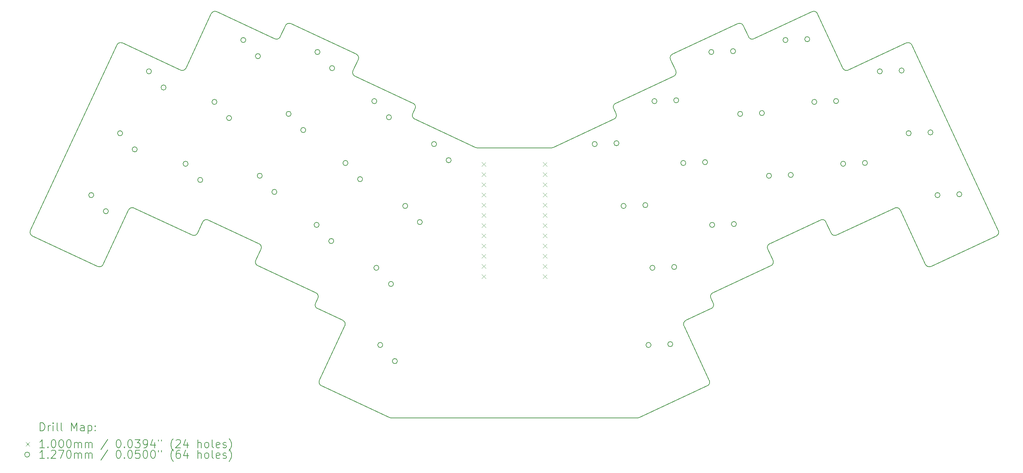
<source format=gbr>
%TF.GenerationSoftware,KiCad,Pcbnew,9.0.6*%
%TF.CreationDate,2025-12-10T21:38:51-06:00*%
%TF.ProjectId,keyboard,6b657962-6f61-4726-942e-6b696361645f,v1.0.0*%
%TF.SameCoordinates,Original*%
%TF.FileFunction,Drillmap*%
%TF.FilePolarity,Positive*%
%FSLAX45Y45*%
G04 Gerber Fmt 4.5, Leading zero omitted, Abs format (unit mm)*
G04 Created by KiCad (PCBNEW 9.0.6) date 2025-12-10 21:38:51*
%MOMM*%
%LPD*%
G01*
G04 APERTURE LIST*
%ADD10C,0.150000*%
%ADD11C,0.200000*%
%ADD12C,0.100000*%
%ADD13C,0.127000*%
G04 APERTURE END LIST*
D10*
X12770978Y-10785491D02*
X12711812Y-10912375D01*
X20195544Y-6193467D02*
G75*
G02*
X20147177Y-6326362I-90634J-42263D01*
G01*
X28037136Y-9995707D02*
G75*
G02*
X27904240Y-9947340I-42266J90627D01*
G01*
X15132950Y-6193467D02*
X15192117Y-6066584D01*
X21552197Y-4843654D02*
X21683208Y-5124610D01*
X9482866Y-5059383D02*
G75*
G02*
X9349971Y-5107758I-90636J42263D01*
G01*
X15143748Y-5933691D02*
G75*
G02*
X15192116Y-6066584I-42258J-90629D01*
G01*
X27428614Y-4431563D02*
X25978521Y-5107752D01*
X25290534Y-8838003D02*
G75*
G02*
X25423423Y-8886375I42256J-90637D01*
G01*
X20769195Y-13759952D02*
G75*
G02*
X20726934Y-13769323I-42265J90632D01*
G01*
X11355160Y-9562562D02*
X11224148Y-9843517D01*
X9905067Y-8886372D02*
G75*
G02*
X10037962Y-8837999I90633J-42258D01*
G01*
X24104346Y-9843517D02*
X23973335Y-9562562D01*
X22519457Y-12833454D02*
G75*
G02*
X22471089Y-12966350I-90627J-42266D01*
G01*
X11963683Y-3998417D02*
G75*
G02*
X12096573Y-3950053I90627J-42263D01*
G01*
X11963683Y-3998417D02*
X11832670Y-4279373D01*
X13442965Y-11473992D02*
X12809038Y-12833454D01*
X27137424Y-8539508D02*
G75*
G02*
X27270315Y-8587877I42256J-90643D01*
G01*
X25687331Y-9215697D02*
G75*
G02*
X25554436Y-9167329I-42262J90637D01*
G01*
X21885529Y-11473992D02*
G75*
G02*
X21933900Y-11341103I90621J42262D01*
G01*
X23628716Y-4327742D02*
G75*
G02*
X23495822Y-4279373I-42266J90622D01*
G01*
X23231919Y-3950049D02*
X21600565Y-4710761D01*
X22616682Y-10912375D02*
G75*
G02*
X22568316Y-11045272I-90633J-42266D01*
G01*
X12760180Y-11045267D02*
G75*
G02*
X12711815Y-10912376I42260J90627D01*
G01*
X14601561Y-13769321D02*
G75*
G02*
X14559299Y-13759953I-1J100011D01*
G01*
X25687331Y-9215697D02*
X27137424Y-8539508D01*
X13645287Y-5124610D02*
X13776298Y-4843654D01*
X5660003Y-9234994D02*
G75*
G02*
X5611628Y-9102098I42257J90634D01*
G01*
X28037136Y-9995707D02*
X29668491Y-9234994D01*
X27270316Y-8587877D02*
X27904244Y-9947338D01*
X11272517Y-9976410D02*
G75*
G02*
X11224150Y-9843518I42263J90630D01*
G01*
X22605885Y-10652599D02*
X24055977Y-9976410D01*
X22519457Y-12833454D02*
X21885529Y-11473992D01*
X10037960Y-8838003D02*
X11306790Y-9429669D01*
X10116793Y-3699921D02*
X9482866Y-5059383D01*
X7424251Y-9947338D02*
X8058178Y-8587877D01*
X20147175Y-6326360D02*
X18626544Y-7035441D01*
X27561506Y-4479932D02*
X29716859Y-9102102D01*
X12722609Y-10652599D02*
G75*
G02*
X12770979Y-10785492I-42259J-90631D01*
G01*
X8191070Y-8539508D02*
X9641163Y-9215697D01*
X21683208Y-5124610D02*
G75*
G02*
X21634840Y-5257504I-90638J-42261D01*
G01*
X25078808Y-3651553D02*
X23628716Y-4327742D01*
X9349973Y-5107752D02*
X7899880Y-4431563D01*
X13693655Y-5257502D02*
G75*
G02*
X13645286Y-5124609I42265J90632D01*
G01*
X24104346Y-9843517D02*
G75*
G02*
X24055979Y-9976413I-90636J-42263D01*
G01*
X18584283Y-7044811D02*
X16744212Y-7044810D01*
X12760180Y-11045267D02*
X13394596Y-11341100D01*
X21552197Y-4843654D02*
G75*
G02*
X21600567Y-4710765I90643J42254D01*
G01*
X8058178Y-8587877D02*
G75*
G02*
X8191073Y-8539502I90632J-42253D01*
G01*
X10116793Y-3699921D02*
G75*
G02*
X10249687Y-3651548I90637J-42269D01*
G01*
X20136377Y-6066584D02*
G75*
G02*
X20184748Y-5933696I90643J42254D01*
G01*
X13727929Y-4710761D02*
G75*
G02*
X13776301Y-4843655I-42249J-90629D01*
G01*
X21933898Y-11341100D02*
X22568314Y-11045267D01*
X18626544Y-7035441D02*
G75*
G02*
X18584283Y-7044810I-42264J90641D01*
G01*
X7424251Y-9947338D02*
G75*
G02*
X7291359Y-9995704I-90631J42268D01*
G01*
X16744212Y-7044810D02*
G75*
G02*
X16701950Y-7035442I-2J100000D01*
G01*
X23973335Y-9562562D02*
G75*
G02*
X24021705Y-9429672I90625J42262D01*
G01*
X21634839Y-5257502D02*
X20184746Y-5933691D01*
X11699778Y-4327742D02*
X10249685Y-3651553D01*
X25423427Y-8886372D02*
X25554438Y-9167328D01*
X5611635Y-9102102D02*
X7766988Y-4479932D01*
X11306790Y-9429669D02*
G75*
G02*
X11355161Y-9562562I-42261J-90632D01*
G01*
X25078808Y-3651553D02*
G75*
G02*
X25211699Y-3699922I42262J-90627D01*
G01*
X9774056Y-9167328D02*
G75*
G02*
X9641165Y-9215693I-90626J42258D01*
G01*
X23495823Y-4279373D02*
X23364812Y-3998418D01*
X20136377Y-6066584D02*
X20195544Y-6193467D01*
X12857406Y-12966347D02*
X14559299Y-13759953D01*
X13727929Y-4710761D02*
X12096575Y-3950049D01*
X20769195Y-13759952D02*
X22471087Y-12966347D01*
X14601561Y-13769321D02*
X20726934Y-13769322D01*
X12857406Y-12966347D02*
G75*
G02*
X12809035Y-12833453I42274J90637D01*
G01*
X11832670Y-4279373D02*
G75*
G02*
X11699780Y-4327736I-90630J42273D01*
G01*
X13394596Y-11341100D02*
G75*
G02*
X13442958Y-11473989I-42276J-90630D01*
G01*
X15181319Y-6326360D02*
G75*
G02*
X15132951Y-6193467I42261J90630D01*
G01*
X9774056Y-9167328D02*
X9905067Y-8886372D01*
X22616682Y-10912375D02*
X22557516Y-10785492D01*
X25845629Y-5059383D02*
X25211701Y-3699921D01*
X29716859Y-9102102D02*
G75*
G02*
X29668492Y-9234997I-90620J-42268D01*
G01*
X7766988Y-4479932D02*
G75*
G02*
X7899882Y-4431560I90632J-42258D01*
G01*
X11272517Y-9976410D02*
X12722609Y-10652599D01*
X27428614Y-4431563D02*
G75*
G02*
X27561502Y-4479934I42256J-90637D01*
G01*
X15143748Y-5933691D02*
X13693655Y-5257502D01*
X16701950Y-7035442D02*
X15181319Y-6326360D01*
X23231919Y-3950049D02*
G75*
G02*
X23364811Y-3998418I42261J-90631D01*
G01*
X5660003Y-9234994D02*
X7291358Y-9995707D01*
X22557516Y-10785492D02*
G75*
G02*
X22605886Y-10652602I90624J42262D01*
G01*
X24021703Y-9429669D02*
X25290534Y-8838003D01*
X25978521Y-5107752D02*
G75*
G02*
X25845629Y-5059383I-42261J90632D01*
G01*
D11*
D12*
X16852247Y-7657908D02*
X16952247Y-7757908D01*
X16952247Y-7657908D02*
X16852247Y-7757908D01*
X16852247Y-7911908D02*
X16952247Y-8011908D01*
X16952247Y-7911908D02*
X16852247Y-8011908D01*
X16852247Y-8165908D02*
X16952247Y-8265908D01*
X16952247Y-8165908D02*
X16852247Y-8265908D01*
X16852247Y-8419908D02*
X16952247Y-8519908D01*
X16952247Y-8419908D02*
X16852247Y-8519908D01*
X16852247Y-8673908D02*
X16952247Y-8773908D01*
X16952247Y-8673908D02*
X16852247Y-8773908D01*
X16852247Y-8927908D02*
X16952247Y-9027908D01*
X16952247Y-8927908D02*
X16852247Y-9027908D01*
X16852247Y-9181908D02*
X16952247Y-9281908D01*
X16952247Y-9181908D02*
X16852247Y-9281908D01*
X16852247Y-9435908D02*
X16952247Y-9535908D01*
X16952247Y-9435908D02*
X16852247Y-9535908D01*
X16852247Y-9689908D02*
X16952247Y-9789908D01*
X16952247Y-9689908D02*
X16852247Y-9789908D01*
X16852247Y-10197908D02*
X16952247Y-10297908D01*
X16952247Y-10197908D02*
X16852247Y-10297908D01*
X16852247Y-9943908D02*
X16952247Y-10043908D01*
X16952247Y-9943908D02*
X16852247Y-10043908D01*
X16852247Y-7403908D02*
X16952247Y-7503908D01*
X16952247Y-7403908D02*
X16852247Y-7503908D01*
X18376246Y-9943908D02*
X18476246Y-10043908D01*
X18476246Y-9943908D02*
X18376246Y-10043908D01*
X18376247Y-7403908D02*
X18476247Y-7503908D01*
X18476247Y-7403908D02*
X18376247Y-7503908D01*
X18376247Y-7657908D02*
X18476247Y-7757908D01*
X18476247Y-7657908D02*
X18376247Y-7757908D01*
X18376247Y-7911908D02*
X18476247Y-8011908D01*
X18476247Y-7911908D02*
X18376247Y-8011908D01*
X18376247Y-8165908D02*
X18476247Y-8265908D01*
X18476247Y-8165908D02*
X18376247Y-8265908D01*
X18376247Y-8419908D02*
X18476247Y-8519908D01*
X18476247Y-8419908D02*
X18376247Y-8519908D01*
X18376247Y-8673908D02*
X18476247Y-8773908D01*
X18476247Y-8673908D02*
X18376247Y-8773908D01*
X18376247Y-8927908D02*
X18476247Y-9027908D01*
X18476247Y-8927908D02*
X18376247Y-9027908D01*
X18376247Y-9181908D02*
X18476247Y-9281908D01*
X18476247Y-9181908D02*
X18376247Y-9281908D01*
X18376247Y-9435908D02*
X18476247Y-9535908D01*
X18476247Y-9435908D02*
X18376247Y-9535908D01*
X18376247Y-9689908D02*
X18476247Y-9789908D01*
X18476247Y-9689908D02*
X18376247Y-9789908D01*
X18376247Y-10197908D02*
X18476247Y-10297908D01*
X18476247Y-10197908D02*
X18376247Y-10297908D01*
D13*
X7190013Y-8219636D02*
G75*
G02*
X7063013Y-8219636I-63500J0D01*
G01*
X7063013Y-8219636D02*
G75*
G02*
X7190013Y-8219636I63500J0D01*
G01*
X7554417Y-8621270D02*
G75*
G02*
X7427417Y-8621270I-63500J0D01*
G01*
X7427417Y-8621270D02*
G75*
G02*
X7554417Y-8621270I63500J0D01*
G01*
X7908464Y-6678913D02*
G75*
G02*
X7781464Y-6678913I-63500J0D01*
G01*
X7781464Y-6678913D02*
G75*
G02*
X7908464Y-6678913I63500J0D01*
G01*
X8272868Y-7080547D02*
G75*
G02*
X8145868Y-7080547I-63500J0D01*
G01*
X8145868Y-7080547D02*
G75*
G02*
X8272868Y-7080547I63500J0D01*
G01*
X8626915Y-5138190D02*
G75*
G02*
X8499915Y-5138190I-63500J0D01*
G01*
X8499915Y-5138190D02*
G75*
G02*
X8626915Y-5138190I63500J0D01*
G01*
X8991319Y-5539824D02*
G75*
G02*
X8864319Y-5539824I-63500J0D01*
G01*
X8864319Y-5539824D02*
G75*
G02*
X8991319Y-5539824I63500J0D01*
G01*
X9539818Y-7439626D02*
G75*
G02*
X9412818Y-7439626I-63500J0D01*
G01*
X9412818Y-7439626D02*
G75*
G02*
X9539818Y-7439626I63500J0D01*
G01*
X9904222Y-7841260D02*
G75*
G02*
X9777222Y-7841260I-63500J0D01*
G01*
X9777222Y-7841260D02*
G75*
G02*
X9904222Y-7841260I63500J0D01*
G01*
X10258269Y-5898903D02*
G75*
G02*
X10131269Y-5898903I-63500J0D01*
G01*
X10131269Y-5898903D02*
G75*
G02*
X10258269Y-5898903I63500J0D01*
G01*
X10622673Y-6300537D02*
G75*
G02*
X10495673Y-6300537I-63500J0D01*
G01*
X10495673Y-6300537D02*
G75*
G02*
X10622673Y-6300537I63500J0D01*
G01*
X10976720Y-4358180D02*
G75*
G02*
X10849720Y-4358180I-63500J0D01*
G01*
X10849720Y-4358180D02*
G75*
G02*
X10976720Y-4358180I63500J0D01*
G01*
X11341124Y-4759814D02*
G75*
G02*
X11214124Y-4759814I-63500J0D01*
G01*
X11214124Y-4759814D02*
G75*
G02*
X11341124Y-4759814I63500J0D01*
G01*
X11386707Y-7738122D02*
G75*
G02*
X11259707Y-7738122I-63500J0D01*
G01*
X11259707Y-7738122D02*
G75*
G02*
X11386707Y-7738122I63500J0D01*
G01*
X11751111Y-8139756D02*
G75*
G02*
X11624111Y-8139756I-63500J0D01*
G01*
X11624111Y-8139756D02*
G75*
G02*
X11751111Y-8139756I63500J0D01*
G01*
X12105159Y-6197399D02*
G75*
G02*
X11978159Y-6197399I-63500J0D01*
G01*
X11978159Y-6197399D02*
G75*
G02*
X12105159Y-6197399I63500J0D01*
G01*
X12469563Y-6599032D02*
G75*
G02*
X12342563Y-6599032I-63500J0D01*
G01*
X12342563Y-6599032D02*
G75*
G02*
X12469563Y-6599032I63500J0D01*
G01*
X12802526Y-8961052D02*
G75*
G02*
X12675526Y-8961052I-63500J0D01*
G01*
X12675526Y-8961052D02*
G75*
G02*
X12802526Y-8961052I63500J0D01*
G01*
X12823609Y-4656676D02*
G75*
G02*
X12696609Y-4656676I-63500J0D01*
G01*
X12696609Y-4656676D02*
G75*
G02*
X12823609Y-4656676I63500J0D01*
G01*
X13166930Y-9362686D02*
G75*
G02*
X13039930Y-9362686I-63500J0D01*
G01*
X13039930Y-9362686D02*
G75*
G02*
X13166930Y-9362686I63500J0D01*
G01*
X13188013Y-5058310D02*
G75*
G02*
X13061013Y-5058310I-63500J0D01*
G01*
X13061013Y-5058310D02*
G75*
G02*
X13188013Y-5058310I63500J0D01*
G01*
X13520977Y-7420329D02*
G75*
G02*
X13393977Y-7420329I-63500J0D01*
G01*
X13393977Y-7420329D02*
G75*
G02*
X13520977Y-7420329I63500J0D01*
G01*
X13885381Y-7821962D02*
G75*
G02*
X13758381Y-7821962I-63500J0D01*
G01*
X13758381Y-7821962D02*
G75*
G02*
X13885381Y-7821962I63500J0D01*
G01*
X14239428Y-5879605D02*
G75*
G02*
X14112428Y-5879605I-63500J0D01*
G01*
X14112428Y-5879605D02*
G75*
G02*
X14239428Y-5879605I63500J0D01*
G01*
X14290190Y-10029910D02*
G75*
G02*
X14163190Y-10029910I-63500J0D01*
G01*
X14163190Y-10029910D02*
G75*
G02*
X14290190Y-10029910I63500J0D01*
G01*
X14387416Y-11950989D02*
G75*
G02*
X14260416Y-11950989I-63500J0D01*
G01*
X14260416Y-11950989D02*
G75*
G02*
X14387416Y-11950989I63500J0D01*
G01*
X14603832Y-6281239D02*
G75*
G02*
X14476832Y-6281239I-63500J0D01*
G01*
X14476832Y-6281239D02*
G75*
G02*
X14603832Y-6281239I63500J0D01*
G01*
X14654594Y-10431543D02*
G75*
G02*
X14527594Y-10431543I-63500J0D01*
G01*
X14527594Y-10431543D02*
G75*
G02*
X14654594Y-10431543I63500J0D01*
G01*
X14751820Y-12352623D02*
G75*
G02*
X14624820Y-12352623I-63500J0D01*
G01*
X14624820Y-12352623D02*
G75*
G02*
X14751820Y-12352623I63500J0D01*
G01*
X15008641Y-8489186D02*
G75*
G02*
X14881641Y-8489186I-63500J0D01*
G01*
X14881641Y-8489186D02*
G75*
G02*
X15008641Y-8489186I63500J0D01*
G01*
X15373045Y-8890820D02*
G75*
G02*
X15246045Y-8890820I-63500J0D01*
G01*
X15246045Y-8890820D02*
G75*
G02*
X15373045Y-8890820I63500J0D01*
G01*
X15727092Y-6948463D02*
G75*
G02*
X15600092Y-6948463I-63500J0D01*
G01*
X15600092Y-6948463D02*
G75*
G02*
X15727092Y-6948463I63500J0D01*
G01*
X16091496Y-7350097D02*
G75*
G02*
X15964496Y-7350097I-63500J0D01*
G01*
X15964496Y-7350097D02*
G75*
G02*
X16091496Y-7350097I63500J0D01*
G01*
X19728402Y-6948463D02*
G75*
G02*
X19601402Y-6948463I-63500J0D01*
G01*
X19601402Y-6948463D02*
G75*
G02*
X19728402Y-6948463I63500J0D01*
G01*
X20270306Y-6927479D02*
G75*
G02*
X20143306Y-6927479I-63500J0D01*
G01*
X20143306Y-6927479D02*
G75*
G02*
X20270306Y-6927479I63500J0D01*
G01*
X20446854Y-8489187D02*
G75*
G02*
X20319854Y-8489187I-63500J0D01*
G01*
X20319854Y-8489187D02*
G75*
G02*
X20446854Y-8489187I63500J0D01*
G01*
X20988757Y-8468202D02*
G75*
G02*
X20861757Y-8468202I-63500J0D01*
G01*
X20861757Y-8468202D02*
G75*
G02*
X20988757Y-8468202I63500J0D01*
G01*
X21068078Y-11950989D02*
G75*
G02*
X20941078Y-11950989I-63500J0D01*
G01*
X20941078Y-11950989D02*
G75*
G02*
X21068078Y-11950989I63500J0D01*
G01*
X21165304Y-10029910D02*
G75*
G02*
X21038304Y-10029910I-63500J0D01*
G01*
X21038304Y-10029910D02*
G75*
G02*
X21165304Y-10029910I63500J0D01*
G01*
X21216066Y-5879605D02*
G75*
G02*
X21089066Y-5879605I-63500J0D01*
G01*
X21089066Y-5879605D02*
G75*
G02*
X21216066Y-5879605I63500J0D01*
G01*
X21609982Y-11930005D02*
G75*
G02*
X21482982Y-11930005I-63500J0D01*
G01*
X21482982Y-11930005D02*
G75*
G02*
X21609982Y-11930005I63500J0D01*
G01*
X21707208Y-10008925D02*
G75*
G02*
X21580208Y-10008925I-63500J0D01*
G01*
X21580208Y-10008925D02*
G75*
G02*
X21707208Y-10008925I63500J0D01*
G01*
X21757970Y-5858621D02*
G75*
G02*
X21630970Y-5858621I-63500J0D01*
G01*
X21630970Y-5858621D02*
G75*
G02*
X21757970Y-5858621I63500J0D01*
G01*
X21934518Y-7420329D02*
G75*
G02*
X21807518Y-7420329I-63500J0D01*
G01*
X21807518Y-7420329D02*
G75*
G02*
X21934518Y-7420329I63500J0D01*
G01*
X22476421Y-7399344D02*
G75*
G02*
X22349421Y-7399344I-63500J0D01*
G01*
X22349421Y-7399344D02*
G75*
G02*
X22476421Y-7399344I63500J0D01*
G01*
X22631885Y-4656675D02*
G75*
G02*
X22504885Y-4656675I-63500J0D01*
G01*
X22504885Y-4656675D02*
G75*
G02*
X22631885Y-4656675I63500J0D01*
G01*
X22652969Y-8961052D02*
G75*
G02*
X22525969Y-8961052I-63500J0D01*
G01*
X22525969Y-8961052D02*
G75*
G02*
X22652969Y-8961052I63500J0D01*
G01*
X23173789Y-4635691D02*
G75*
G02*
X23046789Y-4635691I-63500J0D01*
G01*
X23046789Y-4635691D02*
G75*
G02*
X23173789Y-4635691I63500J0D01*
G01*
X23194873Y-8940068D02*
G75*
G02*
X23067873Y-8940068I-63500J0D01*
G01*
X23067873Y-8940068D02*
G75*
G02*
X23194873Y-8940068I63500J0D01*
G01*
X23350336Y-6197399D02*
G75*
G02*
X23223336Y-6197399I-63500J0D01*
G01*
X23223336Y-6197399D02*
G75*
G02*
X23350336Y-6197399I63500J0D01*
G01*
X23892240Y-6176415D02*
G75*
G02*
X23765240Y-6176415I-63500J0D01*
G01*
X23765240Y-6176415D02*
G75*
G02*
X23892240Y-6176415I63500J0D01*
G01*
X24068787Y-7738122D02*
G75*
G02*
X23941787Y-7738122I-63500J0D01*
G01*
X23941787Y-7738122D02*
G75*
G02*
X24068787Y-7738122I63500J0D01*
G01*
X24478774Y-4358180D02*
G75*
G02*
X24351774Y-4358180I-63500J0D01*
G01*
X24351774Y-4358180D02*
G75*
G02*
X24478774Y-4358180I63500J0D01*
G01*
X24610691Y-7717138D02*
G75*
G02*
X24483691Y-7717138I-63500J0D01*
G01*
X24483691Y-7717138D02*
G75*
G02*
X24610691Y-7717138I63500J0D01*
G01*
X25020678Y-4337196D02*
G75*
G02*
X24893678Y-4337196I-63500J0D01*
G01*
X24893678Y-4337196D02*
G75*
G02*
X25020678Y-4337196I63500J0D01*
G01*
X25197226Y-5898903D02*
G75*
G02*
X25070226Y-5898903I-63500J0D01*
G01*
X25070226Y-5898903D02*
G75*
G02*
X25197226Y-5898903I63500J0D01*
G01*
X25739129Y-5877919D02*
G75*
G02*
X25612129Y-5877919I-63500J0D01*
G01*
X25612129Y-5877919D02*
G75*
G02*
X25739129Y-5877919I63500J0D01*
G01*
X25915676Y-7439626D02*
G75*
G02*
X25788676Y-7439626I-63500J0D01*
G01*
X25788676Y-7439626D02*
G75*
G02*
X25915676Y-7439626I63500J0D01*
G01*
X26457580Y-7418642D02*
G75*
G02*
X26330580Y-7418642I-63500J0D01*
G01*
X26330580Y-7418642D02*
G75*
G02*
X26457580Y-7418642I63500J0D01*
G01*
X26828579Y-5138190D02*
G75*
G02*
X26701579Y-5138190I-63500J0D01*
G01*
X26701579Y-5138190D02*
G75*
G02*
X26828579Y-5138190I63500J0D01*
G01*
X27370483Y-5117206D02*
G75*
G02*
X27243483Y-5117206I-63500J0D01*
G01*
X27243483Y-5117206D02*
G75*
G02*
X27370483Y-5117206I63500J0D01*
G01*
X27547031Y-6678913D02*
G75*
G02*
X27420031Y-6678913I-63500J0D01*
G01*
X27420031Y-6678913D02*
G75*
G02*
X27547031Y-6678913I63500J0D01*
G01*
X28088935Y-6657929D02*
G75*
G02*
X27961935Y-6657929I-63500J0D01*
G01*
X27961935Y-6657929D02*
G75*
G02*
X28088935Y-6657929I63500J0D01*
G01*
X28265481Y-8219636D02*
G75*
G02*
X28138481Y-8219636I-63500J0D01*
G01*
X28138481Y-8219636D02*
G75*
G02*
X28265481Y-8219636I63500J0D01*
G01*
X28807385Y-8198652D02*
G75*
G02*
X28680385Y-8198652I-63500J0D01*
G01*
X28680385Y-8198652D02*
G75*
G02*
X28807385Y-8198652I63500J0D01*
G01*
D11*
X5855536Y-14088306D02*
X5855536Y-13888306D01*
X5855536Y-13888306D02*
X5903155Y-13888306D01*
X5903155Y-13888306D02*
X5931727Y-13897829D01*
X5931727Y-13897829D02*
X5950774Y-13916877D01*
X5950774Y-13916877D02*
X5960298Y-13935925D01*
X5960298Y-13935925D02*
X5969822Y-13974020D01*
X5969822Y-13974020D02*
X5969822Y-14002591D01*
X5969822Y-14002591D02*
X5960298Y-14040686D01*
X5960298Y-14040686D02*
X5950774Y-14059734D01*
X5950774Y-14059734D02*
X5931727Y-14078782D01*
X5931727Y-14078782D02*
X5903155Y-14088306D01*
X5903155Y-14088306D02*
X5855536Y-14088306D01*
X6055536Y-14088306D02*
X6055536Y-13954972D01*
X6055536Y-13993067D02*
X6065060Y-13974020D01*
X6065060Y-13974020D02*
X6074584Y-13964496D01*
X6074584Y-13964496D02*
X6093631Y-13954972D01*
X6093631Y-13954972D02*
X6112679Y-13954972D01*
X6179346Y-14088306D02*
X6179346Y-13954972D01*
X6179346Y-13888306D02*
X6169822Y-13897829D01*
X6169822Y-13897829D02*
X6179346Y-13907353D01*
X6179346Y-13907353D02*
X6188869Y-13897829D01*
X6188869Y-13897829D02*
X6179346Y-13888306D01*
X6179346Y-13888306D02*
X6179346Y-13907353D01*
X6303155Y-14088306D02*
X6284107Y-14078782D01*
X6284107Y-14078782D02*
X6274584Y-14059734D01*
X6274584Y-14059734D02*
X6274584Y-13888306D01*
X6407917Y-14088306D02*
X6388869Y-14078782D01*
X6388869Y-14078782D02*
X6379346Y-14059734D01*
X6379346Y-14059734D02*
X6379346Y-13888306D01*
X6636488Y-14088306D02*
X6636488Y-13888306D01*
X6636488Y-13888306D02*
X6703155Y-14031163D01*
X6703155Y-14031163D02*
X6769822Y-13888306D01*
X6769822Y-13888306D02*
X6769822Y-14088306D01*
X6950774Y-14088306D02*
X6950774Y-13983544D01*
X6950774Y-13983544D02*
X6941250Y-13964496D01*
X6941250Y-13964496D02*
X6922203Y-13954972D01*
X6922203Y-13954972D02*
X6884107Y-13954972D01*
X6884107Y-13954972D02*
X6865060Y-13964496D01*
X6950774Y-14078782D02*
X6931727Y-14088306D01*
X6931727Y-14088306D02*
X6884107Y-14088306D01*
X6884107Y-14088306D02*
X6865060Y-14078782D01*
X6865060Y-14078782D02*
X6855536Y-14059734D01*
X6855536Y-14059734D02*
X6855536Y-14040686D01*
X6855536Y-14040686D02*
X6865060Y-14021639D01*
X6865060Y-14021639D02*
X6884107Y-14012115D01*
X6884107Y-14012115D02*
X6931727Y-14012115D01*
X6931727Y-14012115D02*
X6950774Y-14002591D01*
X7046012Y-13954972D02*
X7046012Y-14154972D01*
X7046012Y-13964496D02*
X7065060Y-13954972D01*
X7065060Y-13954972D02*
X7103155Y-13954972D01*
X7103155Y-13954972D02*
X7122203Y-13964496D01*
X7122203Y-13964496D02*
X7131727Y-13974020D01*
X7131727Y-13974020D02*
X7141250Y-13993067D01*
X7141250Y-13993067D02*
X7141250Y-14050210D01*
X7141250Y-14050210D02*
X7131727Y-14069258D01*
X7131727Y-14069258D02*
X7122203Y-14078782D01*
X7122203Y-14078782D02*
X7103155Y-14088306D01*
X7103155Y-14088306D02*
X7065060Y-14088306D01*
X7065060Y-14088306D02*
X7046012Y-14078782D01*
X7226965Y-14069258D02*
X7236488Y-14078782D01*
X7236488Y-14078782D02*
X7226965Y-14088306D01*
X7226965Y-14088306D02*
X7217441Y-14078782D01*
X7217441Y-14078782D02*
X7226965Y-14069258D01*
X7226965Y-14069258D02*
X7226965Y-14088306D01*
X7226965Y-13964496D02*
X7236488Y-13974020D01*
X7236488Y-13974020D02*
X7226965Y-13983544D01*
X7226965Y-13983544D02*
X7217441Y-13974020D01*
X7217441Y-13974020D02*
X7226965Y-13964496D01*
X7226965Y-13964496D02*
X7226965Y-13983544D01*
D12*
X5494759Y-14366822D02*
X5594759Y-14466822D01*
X5594759Y-14366822D02*
X5494759Y-14466822D01*
D11*
X5960298Y-14508306D02*
X5846012Y-14508306D01*
X5903155Y-14508306D02*
X5903155Y-14308306D01*
X5903155Y-14308306D02*
X5884107Y-14336877D01*
X5884107Y-14336877D02*
X5865060Y-14355925D01*
X5865060Y-14355925D02*
X5846012Y-14365448D01*
X6046012Y-14489258D02*
X6055536Y-14498782D01*
X6055536Y-14498782D02*
X6046012Y-14508306D01*
X6046012Y-14508306D02*
X6036488Y-14498782D01*
X6036488Y-14498782D02*
X6046012Y-14489258D01*
X6046012Y-14489258D02*
X6046012Y-14508306D01*
X6179346Y-14308306D02*
X6198393Y-14308306D01*
X6198393Y-14308306D02*
X6217441Y-14317829D01*
X6217441Y-14317829D02*
X6226965Y-14327353D01*
X6226965Y-14327353D02*
X6236488Y-14346401D01*
X6236488Y-14346401D02*
X6246012Y-14384496D01*
X6246012Y-14384496D02*
X6246012Y-14432115D01*
X6246012Y-14432115D02*
X6236488Y-14470210D01*
X6236488Y-14470210D02*
X6226965Y-14489258D01*
X6226965Y-14489258D02*
X6217441Y-14498782D01*
X6217441Y-14498782D02*
X6198393Y-14508306D01*
X6198393Y-14508306D02*
X6179346Y-14508306D01*
X6179346Y-14508306D02*
X6160298Y-14498782D01*
X6160298Y-14498782D02*
X6150774Y-14489258D01*
X6150774Y-14489258D02*
X6141250Y-14470210D01*
X6141250Y-14470210D02*
X6131727Y-14432115D01*
X6131727Y-14432115D02*
X6131727Y-14384496D01*
X6131727Y-14384496D02*
X6141250Y-14346401D01*
X6141250Y-14346401D02*
X6150774Y-14327353D01*
X6150774Y-14327353D02*
X6160298Y-14317829D01*
X6160298Y-14317829D02*
X6179346Y-14308306D01*
X6369822Y-14308306D02*
X6388869Y-14308306D01*
X6388869Y-14308306D02*
X6407917Y-14317829D01*
X6407917Y-14317829D02*
X6417441Y-14327353D01*
X6417441Y-14327353D02*
X6426965Y-14346401D01*
X6426965Y-14346401D02*
X6436488Y-14384496D01*
X6436488Y-14384496D02*
X6436488Y-14432115D01*
X6436488Y-14432115D02*
X6426965Y-14470210D01*
X6426965Y-14470210D02*
X6417441Y-14489258D01*
X6417441Y-14489258D02*
X6407917Y-14498782D01*
X6407917Y-14498782D02*
X6388869Y-14508306D01*
X6388869Y-14508306D02*
X6369822Y-14508306D01*
X6369822Y-14508306D02*
X6350774Y-14498782D01*
X6350774Y-14498782D02*
X6341250Y-14489258D01*
X6341250Y-14489258D02*
X6331727Y-14470210D01*
X6331727Y-14470210D02*
X6322203Y-14432115D01*
X6322203Y-14432115D02*
X6322203Y-14384496D01*
X6322203Y-14384496D02*
X6331727Y-14346401D01*
X6331727Y-14346401D02*
X6341250Y-14327353D01*
X6341250Y-14327353D02*
X6350774Y-14317829D01*
X6350774Y-14317829D02*
X6369822Y-14308306D01*
X6560298Y-14308306D02*
X6579346Y-14308306D01*
X6579346Y-14308306D02*
X6598393Y-14317829D01*
X6598393Y-14317829D02*
X6607917Y-14327353D01*
X6607917Y-14327353D02*
X6617441Y-14346401D01*
X6617441Y-14346401D02*
X6626965Y-14384496D01*
X6626965Y-14384496D02*
X6626965Y-14432115D01*
X6626965Y-14432115D02*
X6617441Y-14470210D01*
X6617441Y-14470210D02*
X6607917Y-14489258D01*
X6607917Y-14489258D02*
X6598393Y-14498782D01*
X6598393Y-14498782D02*
X6579346Y-14508306D01*
X6579346Y-14508306D02*
X6560298Y-14508306D01*
X6560298Y-14508306D02*
X6541250Y-14498782D01*
X6541250Y-14498782D02*
X6531727Y-14489258D01*
X6531727Y-14489258D02*
X6522203Y-14470210D01*
X6522203Y-14470210D02*
X6512679Y-14432115D01*
X6512679Y-14432115D02*
X6512679Y-14384496D01*
X6512679Y-14384496D02*
X6522203Y-14346401D01*
X6522203Y-14346401D02*
X6531727Y-14327353D01*
X6531727Y-14327353D02*
X6541250Y-14317829D01*
X6541250Y-14317829D02*
X6560298Y-14308306D01*
X6712679Y-14508306D02*
X6712679Y-14374972D01*
X6712679Y-14394020D02*
X6722203Y-14384496D01*
X6722203Y-14384496D02*
X6741250Y-14374972D01*
X6741250Y-14374972D02*
X6769822Y-14374972D01*
X6769822Y-14374972D02*
X6788869Y-14384496D01*
X6788869Y-14384496D02*
X6798393Y-14403544D01*
X6798393Y-14403544D02*
X6798393Y-14508306D01*
X6798393Y-14403544D02*
X6807917Y-14384496D01*
X6807917Y-14384496D02*
X6826965Y-14374972D01*
X6826965Y-14374972D02*
X6855536Y-14374972D01*
X6855536Y-14374972D02*
X6874584Y-14384496D01*
X6874584Y-14384496D02*
X6884108Y-14403544D01*
X6884108Y-14403544D02*
X6884108Y-14508306D01*
X6979346Y-14508306D02*
X6979346Y-14374972D01*
X6979346Y-14394020D02*
X6988869Y-14384496D01*
X6988869Y-14384496D02*
X7007917Y-14374972D01*
X7007917Y-14374972D02*
X7036489Y-14374972D01*
X7036489Y-14374972D02*
X7055536Y-14384496D01*
X7055536Y-14384496D02*
X7065060Y-14403544D01*
X7065060Y-14403544D02*
X7065060Y-14508306D01*
X7065060Y-14403544D02*
X7074584Y-14384496D01*
X7074584Y-14384496D02*
X7093631Y-14374972D01*
X7093631Y-14374972D02*
X7122203Y-14374972D01*
X7122203Y-14374972D02*
X7141250Y-14384496D01*
X7141250Y-14384496D02*
X7150774Y-14403544D01*
X7150774Y-14403544D02*
X7150774Y-14508306D01*
X7541250Y-14298782D02*
X7369822Y-14555925D01*
X7798393Y-14308306D02*
X7817441Y-14308306D01*
X7817441Y-14308306D02*
X7836489Y-14317829D01*
X7836489Y-14317829D02*
X7846012Y-14327353D01*
X7846012Y-14327353D02*
X7855536Y-14346401D01*
X7855536Y-14346401D02*
X7865060Y-14384496D01*
X7865060Y-14384496D02*
X7865060Y-14432115D01*
X7865060Y-14432115D02*
X7855536Y-14470210D01*
X7855536Y-14470210D02*
X7846012Y-14489258D01*
X7846012Y-14489258D02*
X7836489Y-14498782D01*
X7836489Y-14498782D02*
X7817441Y-14508306D01*
X7817441Y-14508306D02*
X7798393Y-14508306D01*
X7798393Y-14508306D02*
X7779346Y-14498782D01*
X7779346Y-14498782D02*
X7769822Y-14489258D01*
X7769822Y-14489258D02*
X7760298Y-14470210D01*
X7760298Y-14470210D02*
X7750774Y-14432115D01*
X7750774Y-14432115D02*
X7750774Y-14384496D01*
X7750774Y-14384496D02*
X7760298Y-14346401D01*
X7760298Y-14346401D02*
X7769822Y-14327353D01*
X7769822Y-14327353D02*
X7779346Y-14317829D01*
X7779346Y-14317829D02*
X7798393Y-14308306D01*
X7950774Y-14489258D02*
X7960298Y-14498782D01*
X7960298Y-14498782D02*
X7950774Y-14508306D01*
X7950774Y-14508306D02*
X7941251Y-14498782D01*
X7941251Y-14498782D02*
X7950774Y-14489258D01*
X7950774Y-14489258D02*
X7950774Y-14508306D01*
X8084108Y-14308306D02*
X8103155Y-14308306D01*
X8103155Y-14308306D02*
X8122203Y-14317829D01*
X8122203Y-14317829D02*
X8131727Y-14327353D01*
X8131727Y-14327353D02*
X8141251Y-14346401D01*
X8141251Y-14346401D02*
X8150774Y-14384496D01*
X8150774Y-14384496D02*
X8150774Y-14432115D01*
X8150774Y-14432115D02*
X8141251Y-14470210D01*
X8141251Y-14470210D02*
X8131727Y-14489258D01*
X8131727Y-14489258D02*
X8122203Y-14498782D01*
X8122203Y-14498782D02*
X8103155Y-14508306D01*
X8103155Y-14508306D02*
X8084108Y-14508306D01*
X8084108Y-14508306D02*
X8065060Y-14498782D01*
X8065060Y-14498782D02*
X8055536Y-14489258D01*
X8055536Y-14489258D02*
X8046012Y-14470210D01*
X8046012Y-14470210D02*
X8036489Y-14432115D01*
X8036489Y-14432115D02*
X8036489Y-14384496D01*
X8036489Y-14384496D02*
X8046012Y-14346401D01*
X8046012Y-14346401D02*
X8055536Y-14327353D01*
X8055536Y-14327353D02*
X8065060Y-14317829D01*
X8065060Y-14317829D02*
X8084108Y-14308306D01*
X8217441Y-14308306D02*
X8341251Y-14308306D01*
X8341251Y-14308306D02*
X8274584Y-14384496D01*
X8274584Y-14384496D02*
X8303155Y-14384496D01*
X8303155Y-14384496D02*
X8322203Y-14394020D01*
X8322203Y-14394020D02*
X8331727Y-14403544D01*
X8331727Y-14403544D02*
X8341251Y-14422591D01*
X8341251Y-14422591D02*
X8341251Y-14470210D01*
X8341251Y-14470210D02*
X8331727Y-14489258D01*
X8331727Y-14489258D02*
X8322203Y-14498782D01*
X8322203Y-14498782D02*
X8303155Y-14508306D01*
X8303155Y-14508306D02*
X8246012Y-14508306D01*
X8246012Y-14508306D02*
X8226965Y-14498782D01*
X8226965Y-14498782D02*
X8217441Y-14489258D01*
X8436489Y-14508306D02*
X8474584Y-14508306D01*
X8474584Y-14508306D02*
X8493632Y-14498782D01*
X8493632Y-14498782D02*
X8503155Y-14489258D01*
X8503155Y-14489258D02*
X8522203Y-14460686D01*
X8522203Y-14460686D02*
X8531727Y-14422591D01*
X8531727Y-14422591D02*
X8531727Y-14346401D01*
X8531727Y-14346401D02*
X8522203Y-14327353D01*
X8522203Y-14327353D02*
X8512679Y-14317829D01*
X8512679Y-14317829D02*
X8493632Y-14308306D01*
X8493632Y-14308306D02*
X8455536Y-14308306D01*
X8455536Y-14308306D02*
X8436489Y-14317829D01*
X8436489Y-14317829D02*
X8426965Y-14327353D01*
X8426965Y-14327353D02*
X8417441Y-14346401D01*
X8417441Y-14346401D02*
X8417441Y-14394020D01*
X8417441Y-14394020D02*
X8426965Y-14413067D01*
X8426965Y-14413067D02*
X8436489Y-14422591D01*
X8436489Y-14422591D02*
X8455536Y-14432115D01*
X8455536Y-14432115D02*
X8493632Y-14432115D01*
X8493632Y-14432115D02*
X8512679Y-14422591D01*
X8512679Y-14422591D02*
X8522203Y-14413067D01*
X8522203Y-14413067D02*
X8531727Y-14394020D01*
X8703155Y-14374972D02*
X8703155Y-14508306D01*
X8655536Y-14298782D02*
X8607917Y-14441639D01*
X8607917Y-14441639D02*
X8731727Y-14441639D01*
X8798394Y-14308306D02*
X8798394Y-14346401D01*
X8874584Y-14308306D02*
X8874584Y-14346401D01*
X9169822Y-14584496D02*
X9160298Y-14574972D01*
X9160298Y-14574972D02*
X9141251Y-14546401D01*
X9141251Y-14546401D02*
X9131727Y-14527353D01*
X9131727Y-14527353D02*
X9122203Y-14498782D01*
X9122203Y-14498782D02*
X9112679Y-14451163D01*
X9112679Y-14451163D02*
X9112679Y-14413067D01*
X9112679Y-14413067D02*
X9122203Y-14365448D01*
X9122203Y-14365448D02*
X9131727Y-14336877D01*
X9131727Y-14336877D02*
X9141251Y-14317829D01*
X9141251Y-14317829D02*
X9160298Y-14289258D01*
X9160298Y-14289258D02*
X9169822Y-14279734D01*
X9236489Y-14327353D02*
X9246013Y-14317829D01*
X9246013Y-14317829D02*
X9265060Y-14308306D01*
X9265060Y-14308306D02*
X9312679Y-14308306D01*
X9312679Y-14308306D02*
X9331727Y-14317829D01*
X9331727Y-14317829D02*
X9341251Y-14327353D01*
X9341251Y-14327353D02*
X9350775Y-14346401D01*
X9350775Y-14346401D02*
X9350775Y-14365448D01*
X9350775Y-14365448D02*
X9341251Y-14394020D01*
X9341251Y-14394020D02*
X9226965Y-14508306D01*
X9226965Y-14508306D02*
X9350775Y-14508306D01*
X9522203Y-14374972D02*
X9522203Y-14508306D01*
X9474584Y-14298782D02*
X9426965Y-14441639D01*
X9426965Y-14441639D02*
X9550775Y-14441639D01*
X9779346Y-14508306D02*
X9779346Y-14308306D01*
X9865060Y-14508306D02*
X9865060Y-14403544D01*
X9865060Y-14403544D02*
X9855537Y-14384496D01*
X9855537Y-14384496D02*
X9836489Y-14374972D01*
X9836489Y-14374972D02*
X9807917Y-14374972D01*
X9807917Y-14374972D02*
X9788870Y-14384496D01*
X9788870Y-14384496D02*
X9779346Y-14394020D01*
X9988870Y-14508306D02*
X9969822Y-14498782D01*
X9969822Y-14498782D02*
X9960298Y-14489258D01*
X9960298Y-14489258D02*
X9950775Y-14470210D01*
X9950775Y-14470210D02*
X9950775Y-14413067D01*
X9950775Y-14413067D02*
X9960298Y-14394020D01*
X9960298Y-14394020D02*
X9969822Y-14384496D01*
X9969822Y-14384496D02*
X9988870Y-14374972D01*
X9988870Y-14374972D02*
X10017441Y-14374972D01*
X10017441Y-14374972D02*
X10036489Y-14384496D01*
X10036489Y-14384496D02*
X10046013Y-14394020D01*
X10046013Y-14394020D02*
X10055537Y-14413067D01*
X10055537Y-14413067D02*
X10055537Y-14470210D01*
X10055537Y-14470210D02*
X10046013Y-14489258D01*
X10046013Y-14489258D02*
X10036489Y-14498782D01*
X10036489Y-14498782D02*
X10017441Y-14508306D01*
X10017441Y-14508306D02*
X9988870Y-14508306D01*
X10169822Y-14508306D02*
X10150775Y-14498782D01*
X10150775Y-14498782D02*
X10141251Y-14479734D01*
X10141251Y-14479734D02*
X10141251Y-14308306D01*
X10322203Y-14498782D02*
X10303156Y-14508306D01*
X10303156Y-14508306D02*
X10265060Y-14508306D01*
X10265060Y-14508306D02*
X10246013Y-14498782D01*
X10246013Y-14498782D02*
X10236489Y-14479734D01*
X10236489Y-14479734D02*
X10236489Y-14403544D01*
X10236489Y-14403544D02*
X10246013Y-14384496D01*
X10246013Y-14384496D02*
X10265060Y-14374972D01*
X10265060Y-14374972D02*
X10303156Y-14374972D01*
X10303156Y-14374972D02*
X10322203Y-14384496D01*
X10322203Y-14384496D02*
X10331727Y-14403544D01*
X10331727Y-14403544D02*
X10331727Y-14422591D01*
X10331727Y-14422591D02*
X10236489Y-14441639D01*
X10407918Y-14498782D02*
X10426965Y-14508306D01*
X10426965Y-14508306D02*
X10465060Y-14508306D01*
X10465060Y-14508306D02*
X10484108Y-14498782D01*
X10484108Y-14498782D02*
X10493632Y-14479734D01*
X10493632Y-14479734D02*
X10493632Y-14470210D01*
X10493632Y-14470210D02*
X10484108Y-14451163D01*
X10484108Y-14451163D02*
X10465060Y-14441639D01*
X10465060Y-14441639D02*
X10436489Y-14441639D01*
X10436489Y-14441639D02*
X10417441Y-14432115D01*
X10417441Y-14432115D02*
X10407918Y-14413067D01*
X10407918Y-14413067D02*
X10407918Y-14403544D01*
X10407918Y-14403544D02*
X10417441Y-14384496D01*
X10417441Y-14384496D02*
X10436489Y-14374972D01*
X10436489Y-14374972D02*
X10465060Y-14374972D01*
X10465060Y-14374972D02*
X10484108Y-14384496D01*
X10560299Y-14584496D02*
X10569822Y-14574972D01*
X10569822Y-14574972D02*
X10588870Y-14546401D01*
X10588870Y-14546401D02*
X10598394Y-14527353D01*
X10598394Y-14527353D02*
X10607918Y-14498782D01*
X10607918Y-14498782D02*
X10617441Y-14451163D01*
X10617441Y-14451163D02*
X10617441Y-14413067D01*
X10617441Y-14413067D02*
X10607918Y-14365448D01*
X10607918Y-14365448D02*
X10598394Y-14336877D01*
X10598394Y-14336877D02*
X10588870Y-14317829D01*
X10588870Y-14317829D02*
X10569822Y-14289258D01*
X10569822Y-14289258D02*
X10560299Y-14279734D01*
D13*
X5594759Y-14680822D02*
G75*
G02*
X5467759Y-14680822I-63500J0D01*
G01*
X5467759Y-14680822D02*
G75*
G02*
X5594759Y-14680822I63500J0D01*
G01*
D11*
X5960298Y-14772306D02*
X5846012Y-14772306D01*
X5903155Y-14772306D02*
X5903155Y-14572306D01*
X5903155Y-14572306D02*
X5884107Y-14600877D01*
X5884107Y-14600877D02*
X5865060Y-14619925D01*
X5865060Y-14619925D02*
X5846012Y-14629448D01*
X6046012Y-14753258D02*
X6055536Y-14762782D01*
X6055536Y-14762782D02*
X6046012Y-14772306D01*
X6046012Y-14772306D02*
X6036488Y-14762782D01*
X6036488Y-14762782D02*
X6046012Y-14753258D01*
X6046012Y-14753258D02*
X6046012Y-14772306D01*
X6131727Y-14591353D02*
X6141250Y-14581829D01*
X6141250Y-14581829D02*
X6160298Y-14572306D01*
X6160298Y-14572306D02*
X6207917Y-14572306D01*
X6207917Y-14572306D02*
X6226965Y-14581829D01*
X6226965Y-14581829D02*
X6236488Y-14591353D01*
X6236488Y-14591353D02*
X6246012Y-14610401D01*
X6246012Y-14610401D02*
X6246012Y-14629448D01*
X6246012Y-14629448D02*
X6236488Y-14658020D01*
X6236488Y-14658020D02*
X6122203Y-14772306D01*
X6122203Y-14772306D02*
X6246012Y-14772306D01*
X6312679Y-14572306D02*
X6446012Y-14572306D01*
X6446012Y-14572306D02*
X6360298Y-14772306D01*
X6560298Y-14572306D02*
X6579346Y-14572306D01*
X6579346Y-14572306D02*
X6598393Y-14581829D01*
X6598393Y-14581829D02*
X6607917Y-14591353D01*
X6607917Y-14591353D02*
X6617441Y-14610401D01*
X6617441Y-14610401D02*
X6626965Y-14648496D01*
X6626965Y-14648496D02*
X6626965Y-14696115D01*
X6626965Y-14696115D02*
X6617441Y-14734210D01*
X6617441Y-14734210D02*
X6607917Y-14753258D01*
X6607917Y-14753258D02*
X6598393Y-14762782D01*
X6598393Y-14762782D02*
X6579346Y-14772306D01*
X6579346Y-14772306D02*
X6560298Y-14772306D01*
X6560298Y-14772306D02*
X6541250Y-14762782D01*
X6541250Y-14762782D02*
X6531727Y-14753258D01*
X6531727Y-14753258D02*
X6522203Y-14734210D01*
X6522203Y-14734210D02*
X6512679Y-14696115D01*
X6512679Y-14696115D02*
X6512679Y-14648496D01*
X6512679Y-14648496D02*
X6522203Y-14610401D01*
X6522203Y-14610401D02*
X6531727Y-14591353D01*
X6531727Y-14591353D02*
X6541250Y-14581829D01*
X6541250Y-14581829D02*
X6560298Y-14572306D01*
X6712679Y-14772306D02*
X6712679Y-14638972D01*
X6712679Y-14658020D02*
X6722203Y-14648496D01*
X6722203Y-14648496D02*
X6741250Y-14638972D01*
X6741250Y-14638972D02*
X6769822Y-14638972D01*
X6769822Y-14638972D02*
X6788869Y-14648496D01*
X6788869Y-14648496D02*
X6798393Y-14667544D01*
X6798393Y-14667544D02*
X6798393Y-14772306D01*
X6798393Y-14667544D02*
X6807917Y-14648496D01*
X6807917Y-14648496D02*
X6826965Y-14638972D01*
X6826965Y-14638972D02*
X6855536Y-14638972D01*
X6855536Y-14638972D02*
X6874584Y-14648496D01*
X6874584Y-14648496D02*
X6884108Y-14667544D01*
X6884108Y-14667544D02*
X6884108Y-14772306D01*
X6979346Y-14772306D02*
X6979346Y-14638972D01*
X6979346Y-14658020D02*
X6988869Y-14648496D01*
X6988869Y-14648496D02*
X7007917Y-14638972D01*
X7007917Y-14638972D02*
X7036489Y-14638972D01*
X7036489Y-14638972D02*
X7055536Y-14648496D01*
X7055536Y-14648496D02*
X7065060Y-14667544D01*
X7065060Y-14667544D02*
X7065060Y-14772306D01*
X7065060Y-14667544D02*
X7074584Y-14648496D01*
X7074584Y-14648496D02*
X7093631Y-14638972D01*
X7093631Y-14638972D02*
X7122203Y-14638972D01*
X7122203Y-14638972D02*
X7141250Y-14648496D01*
X7141250Y-14648496D02*
X7150774Y-14667544D01*
X7150774Y-14667544D02*
X7150774Y-14772306D01*
X7541250Y-14562782D02*
X7369822Y-14819925D01*
X7798393Y-14572306D02*
X7817441Y-14572306D01*
X7817441Y-14572306D02*
X7836489Y-14581829D01*
X7836489Y-14581829D02*
X7846012Y-14591353D01*
X7846012Y-14591353D02*
X7855536Y-14610401D01*
X7855536Y-14610401D02*
X7865060Y-14648496D01*
X7865060Y-14648496D02*
X7865060Y-14696115D01*
X7865060Y-14696115D02*
X7855536Y-14734210D01*
X7855536Y-14734210D02*
X7846012Y-14753258D01*
X7846012Y-14753258D02*
X7836489Y-14762782D01*
X7836489Y-14762782D02*
X7817441Y-14772306D01*
X7817441Y-14772306D02*
X7798393Y-14772306D01*
X7798393Y-14772306D02*
X7779346Y-14762782D01*
X7779346Y-14762782D02*
X7769822Y-14753258D01*
X7769822Y-14753258D02*
X7760298Y-14734210D01*
X7760298Y-14734210D02*
X7750774Y-14696115D01*
X7750774Y-14696115D02*
X7750774Y-14648496D01*
X7750774Y-14648496D02*
X7760298Y-14610401D01*
X7760298Y-14610401D02*
X7769822Y-14591353D01*
X7769822Y-14591353D02*
X7779346Y-14581829D01*
X7779346Y-14581829D02*
X7798393Y-14572306D01*
X7950774Y-14753258D02*
X7960298Y-14762782D01*
X7960298Y-14762782D02*
X7950774Y-14772306D01*
X7950774Y-14772306D02*
X7941251Y-14762782D01*
X7941251Y-14762782D02*
X7950774Y-14753258D01*
X7950774Y-14753258D02*
X7950774Y-14772306D01*
X8084108Y-14572306D02*
X8103155Y-14572306D01*
X8103155Y-14572306D02*
X8122203Y-14581829D01*
X8122203Y-14581829D02*
X8131727Y-14591353D01*
X8131727Y-14591353D02*
X8141251Y-14610401D01*
X8141251Y-14610401D02*
X8150774Y-14648496D01*
X8150774Y-14648496D02*
X8150774Y-14696115D01*
X8150774Y-14696115D02*
X8141251Y-14734210D01*
X8141251Y-14734210D02*
X8131727Y-14753258D01*
X8131727Y-14753258D02*
X8122203Y-14762782D01*
X8122203Y-14762782D02*
X8103155Y-14772306D01*
X8103155Y-14772306D02*
X8084108Y-14772306D01*
X8084108Y-14772306D02*
X8065060Y-14762782D01*
X8065060Y-14762782D02*
X8055536Y-14753258D01*
X8055536Y-14753258D02*
X8046012Y-14734210D01*
X8046012Y-14734210D02*
X8036489Y-14696115D01*
X8036489Y-14696115D02*
X8036489Y-14648496D01*
X8036489Y-14648496D02*
X8046012Y-14610401D01*
X8046012Y-14610401D02*
X8055536Y-14591353D01*
X8055536Y-14591353D02*
X8065060Y-14581829D01*
X8065060Y-14581829D02*
X8084108Y-14572306D01*
X8331727Y-14572306D02*
X8236489Y-14572306D01*
X8236489Y-14572306D02*
X8226965Y-14667544D01*
X8226965Y-14667544D02*
X8236489Y-14658020D01*
X8236489Y-14658020D02*
X8255536Y-14648496D01*
X8255536Y-14648496D02*
X8303155Y-14648496D01*
X8303155Y-14648496D02*
X8322203Y-14658020D01*
X8322203Y-14658020D02*
X8331727Y-14667544D01*
X8331727Y-14667544D02*
X8341251Y-14686591D01*
X8341251Y-14686591D02*
X8341251Y-14734210D01*
X8341251Y-14734210D02*
X8331727Y-14753258D01*
X8331727Y-14753258D02*
X8322203Y-14762782D01*
X8322203Y-14762782D02*
X8303155Y-14772306D01*
X8303155Y-14772306D02*
X8255536Y-14772306D01*
X8255536Y-14772306D02*
X8236489Y-14762782D01*
X8236489Y-14762782D02*
X8226965Y-14753258D01*
X8465060Y-14572306D02*
X8484108Y-14572306D01*
X8484108Y-14572306D02*
X8503155Y-14581829D01*
X8503155Y-14581829D02*
X8512679Y-14591353D01*
X8512679Y-14591353D02*
X8522203Y-14610401D01*
X8522203Y-14610401D02*
X8531727Y-14648496D01*
X8531727Y-14648496D02*
X8531727Y-14696115D01*
X8531727Y-14696115D02*
X8522203Y-14734210D01*
X8522203Y-14734210D02*
X8512679Y-14753258D01*
X8512679Y-14753258D02*
X8503155Y-14762782D01*
X8503155Y-14762782D02*
X8484108Y-14772306D01*
X8484108Y-14772306D02*
X8465060Y-14772306D01*
X8465060Y-14772306D02*
X8446013Y-14762782D01*
X8446013Y-14762782D02*
X8436489Y-14753258D01*
X8436489Y-14753258D02*
X8426965Y-14734210D01*
X8426965Y-14734210D02*
X8417441Y-14696115D01*
X8417441Y-14696115D02*
X8417441Y-14648496D01*
X8417441Y-14648496D02*
X8426965Y-14610401D01*
X8426965Y-14610401D02*
X8436489Y-14591353D01*
X8436489Y-14591353D02*
X8446013Y-14581829D01*
X8446013Y-14581829D02*
X8465060Y-14572306D01*
X8655536Y-14572306D02*
X8674584Y-14572306D01*
X8674584Y-14572306D02*
X8693632Y-14581829D01*
X8693632Y-14581829D02*
X8703155Y-14591353D01*
X8703155Y-14591353D02*
X8712679Y-14610401D01*
X8712679Y-14610401D02*
X8722203Y-14648496D01*
X8722203Y-14648496D02*
X8722203Y-14696115D01*
X8722203Y-14696115D02*
X8712679Y-14734210D01*
X8712679Y-14734210D02*
X8703155Y-14753258D01*
X8703155Y-14753258D02*
X8693632Y-14762782D01*
X8693632Y-14762782D02*
X8674584Y-14772306D01*
X8674584Y-14772306D02*
X8655536Y-14772306D01*
X8655536Y-14772306D02*
X8636489Y-14762782D01*
X8636489Y-14762782D02*
X8626965Y-14753258D01*
X8626965Y-14753258D02*
X8617441Y-14734210D01*
X8617441Y-14734210D02*
X8607917Y-14696115D01*
X8607917Y-14696115D02*
X8607917Y-14648496D01*
X8607917Y-14648496D02*
X8617441Y-14610401D01*
X8617441Y-14610401D02*
X8626965Y-14591353D01*
X8626965Y-14591353D02*
X8636489Y-14581829D01*
X8636489Y-14581829D02*
X8655536Y-14572306D01*
X8798394Y-14572306D02*
X8798394Y-14610401D01*
X8874584Y-14572306D02*
X8874584Y-14610401D01*
X9169822Y-14848496D02*
X9160298Y-14838972D01*
X9160298Y-14838972D02*
X9141251Y-14810401D01*
X9141251Y-14810401D02*
X9131727Y-14791353D01*
X9131727Y-14791353D02*
X9122203Y-14762782D01*
X9122203Y-14762782D02*
X9112679Y-14715163D01*
X9112679Y-14715163D02*
X9112679Y-14677067D01*
X9112679Y-14677067D02*
X9122203Y-14629448D01*
X9122203Y-14629448D02*
X9131727Y-14600877D01*
X9131727Y-14600877D02*
X9141251Y-14581829D01*
X9141251Y-14581829D02*
X9160298Y-14553258D01*
X9160298Y-14553258D02*
X9169822Y-14543734D01*
X9331727Y-14572306D02*
X9293632Y-14572306D01*
X9293632Y-14572306D02*
X9274584Y-14581829D01*
X9274584Y-14581829D02*
X9265060Y-14591353D01*
X9265060Y-14591353D02*
X9246013Y-14619925D01*
X9246013Y-14619925D02*
X9236489Y-14658020D01*
X9236489Y-14658020D02*
X9236489Y-14734210D01*
X9236489Y-14734210D02*
X9246013Y-14753258D01*
X9246013Y-14753258D02*
X9255536Y-14762782D01*
X9255536Y-14762782D02*
X9274584Y-14772306D01*
X9274584Y-14772306D02*
X9312679Y-14772306D01*
X9312679Y-14772306D02*
X9331727Y-14762782D01*
X9331727Y-14762782D02*
X9341251Y-14753258D01*
X9341251Y-14753258D02*
X9350775Y-14734210D01*
X9350775Y-14734210D02*
X9350775Y-14686591D01*
X9350775Y-14686591D02*
X9341251Y-14667544D01*
X9341251Y-14667544D02*
X9331727Y-14658020D01*
X9331727Y-14658020D02*
X9312679Y-14648496D01*
X9312679Y-14648496D02*
X9274584Y-14648496D01*
X9274584Y-14648496D02*
X9255536Y-14658020D01*
X9255536Y-14658020D02*
X9246013Y-14667544D01*
X9246013Y-14667544D02*
X9236489Y-14686591D01*
X9522203Y-14638972D02*
X9522203Y-14772306D01*
X9474584Y-14562782D02*
X9426965Y-14705639D01*
X9426965Y-14705639D02*
X9550775Y-14705639D01*
X9779346Y-14772306D02*
X9779346Y-14572306D01*
X9865060Y-14772306D02*
X9865060Y-14667544D01*
X9865060Y-14667544D02*
X9855537Y-14648496D01*
X9855537Y-14648496D02*
X9836489Y-14638972D01*
X9836489Y-14638972D02*
X9807917Y-14638972D01*
X9807917Y-14638972D02*
X9788870Y-14648496D01*
X9788870Y-14648496D02*
X9779346Y-14658020D01*
X9988870Y-14772306D02*
X9969822Y-14762782D01*
X9969822Y-14762782D02*
X9960298Y-14753258D01*
X9960298Y-14753258D02*
X9950775Y-14734210D01*
X9950775Y-14734210D02*
X9950775Y-14677067D01*
X9950775Y-14677067D02*
X9960298Y-14658020D01*
X9960298Y-14658020D02*
X9969822Y-14648496D01*
X9969822Y-14648496D02*
X9988870Y-14638972D01*
X9988870Y-14638972D02*
X10017441Y-14638972D01*
X10017441Y-14638972D02*
X10036489Y-14648496D01*
X10036489Y-14648496D02*
X10046013Y-14658020D01*
X10046013Y-14658020D02*
X10055537Y-14677067D01*
X10055537Y-14677067D02*
X10055537Y-14734210D01*
X10055537Y-14734210D02*
X10046013Y-14753258D01*
X10046013Y-14753258D02*
X10036489Y-14762782D01*
X10036489Y-14762782D02*
X10017441Y-14772306D01*
X10017441Y-14772306D02*
X9988870Y-14772306D01*
X10169822Y-14772306D02*
X10150775Y-14762782D01*
X10150775Y-14762782D02*
X10141251Y-14743734D01*
X10141251Y-14743734D02*
X10141251Y-14572306D01*
X10322203Y-14762782D02*
X10303156Y-14772306D01*
X10303156Y-14772306D02*
X10265060Y-14772306D01*
X10265060Y-14772306D02*
X10246013Y-14762782D01*
X10246013Y-14762782D02*
X10236489Y-14743734D01*
X10236489Y-14743734D02*
X10236489Y-14667544D01*
X10236489Y-14667544D02*
X10246013Y-14648496D01*
X10246013Y-14648496D02*
X10265060Y-14638972D01*
X10265060Y-14638972D02*
X10303156Y-14638972D01*
X10303156Y-14638972D02*
X10322203Y-14648496D01*
X10322203Y-14648496D02*
X10331727Y-14667544D01*
X10331727Y-14667544D02*
X10331727Y-14686591D01*
X10331727Y-14686591D02*
X10236489Y-14705639D01*
X10407918Y-14762782D02*
X10426965Y-14772306D01*
X10426965Y-14772306D02*
X10465060Y-14772306D01*
X10465060Y-14772306D02*
X10484108Y-14762782D01*
X10484108Y-14762782D02*
X10493632Y-14743734D01*
X10493632Y-14743734D02*
X10493632Y-14734210D01*
X10493632Y-14734210D02*
X10484108Y-14715163D01*
X10484108Y-14715163D02*
X10465060Y-14705639D01*
X10465060Y-14705639D02*
X10436489Y-14705639D01*
X10436489Y-14705639D02*
X10417441Y-14696115D01*
X10417441Y-14696115D02*
X10407918Y-14677067D01*
X10407918Y-14677067D02*
X10407918Y-14667544D01*
X10407918Y-14667544D02*
X10417441Y-14648496D01*
X10417441Y-14648496D02*
X10436489Y-14638972D01*
X10436489Y-14638972D02*
X10465060Y-14638972D01*
X10465060Y-14638972D02*
X10484108Y-14648496D01*
X10560299Y-14848496D02*
X10569822Y-14838972D01*
X10569822Y-14838972D02*
X10588870Y-14810401D01*
X10588870Y-14810401D02*
X10598394Y-14791353D01*
X10598394Y-14791353D02*
X10607918Y-14762782D01*
X10607918Y-14762782D02*
X10617441Y-14715163D01*
X10617441Y-14715163D02*
X10617441Y-14677067D01*
X10617441Y-14677067D02*
X10607918Y-14629448D01*
X10607918Y-14629448D02*
X10598394Y-14600877D01*
X10598394Y-14600877D02*
X10588870Y-14581829D01*
X10588870Y-14581829D02*
X10569822Y-14553258D01*
X10569822Y-14553258D02*
X10560299Y-14543734D01*
M02*

</source>
